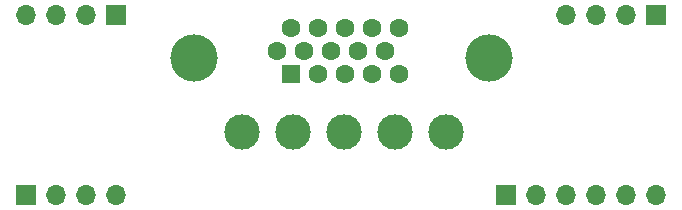
<source format=gbr>
%TF.GenerationSoftware,KiCad,Pcbnew,(6.0.0-0)*%
%TF.CreationDate,2022-07-05T21:59:06-04:00*%
%TF.ProjectId,IO-VGA-output,494f2d56-4741-42d6-9f75-747075742e6b,rev?*%
%TF.SameCoordinates,Original*%
%TF.FileFunction,Soldermask,Top*%
%TF.FilePolarity,Negative*%
%FSLAX46Y46*%
G04 Gerber Fmt 4.6, Leading zero omitted, Abs format (unit mm)*
G04 Created by KiCad (PCBNEW (6.0.0-0)) date 2022-07-05 21:59:06*
%MOMM*%
%LPD*%
G01*
G04 APERTURE LIST*
%ADD10C,3.000000*%
%ADD11C,4.000000*%
%ADD12R,1.600000X1.600000*%
%ADD13C,1.600000*%
%ADD14R,1.700000X1.700000*%
%ADD15O,1.700000X1.700000*%
G04 APERTURE END LIST*
D10*
%TO.C,TP1*%
X147574000Y-100076000D03*
%TD*%
%TO.C,TP4*%
X156210000Y-100076000D03*
%TD*%
%TO.C,TP5*%
X151892000Y-100076000D03*
%TD*%
%TO.C,TP2*%
X143256000Y-100076000D03*
%TD*%
D11*
%TO.C,J1*%
X159835000Y-93788331D03*
X134835000Y-93788331D03*
D12*
X143020000Y-95208331D03*
D13*
X145310000Y-95208331D03*
X147600000Y-95208331D03*
X149890000Y-95208331D03*
X152180000Y-95208331D03*
X141875000Y-93228331D03*
X144165000Y-93228331D03*
X146455000Y-93228331D03*
X148745000Y-93228331D03*
X151035000Y-93228331D03*
X143020000Y-91248331D03*
X145310000Y-91248331D03*
X147600000Y-91248331D03*
X149890000Y-91248331D03*
X152180000Y-91248331D03*
%TD*%
D10*
%TO.C,TP3*%
X138938000Y-100076000D03*
%TD*%
D14*
%TO.C,J2*%
X120650000Y-105410000D03*
D15*
X123190000Y-105410000D03*
X125730000Y-105410000D03*
X128270000Y-105410000D03*
%TD*%
D14*
%TO.C,J3*%
X161290000Y-105410000D03*
D15*
X163830000Y-105410000D03*
X166370000Y-105410000D03*
X168910000Y-105410000D03*
X171450000Y-105410000D03*
X173990000Y-105410000D03*
%TD*%
D14*
%TO.C,J5*%
X173980000Y-90170000D03*
D15*
X171440000Y-90170000D03*
X168900000Y-90170000D03*
X166360000Y-90170000D03*
%TD*%
D14*
%TO.C,J4*%
X128270000Y-90170000D03*
D15*
X125730000Y-90170000D03*
X123190000Y-90170000D03*
X120650000Y-90170000D03*
%TD*%
M02*

</source>
